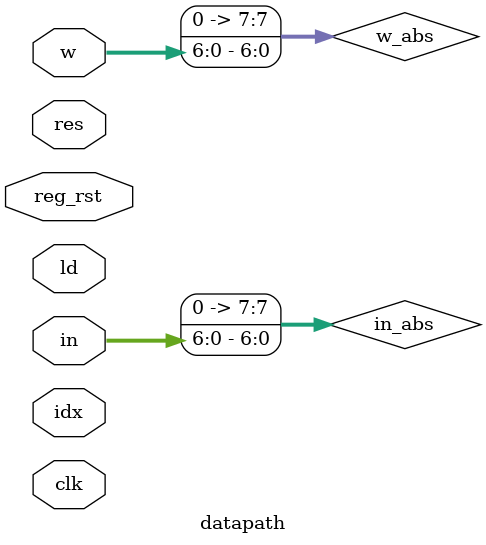
<source format=v>
`timescale 1ns / 1ps

module datapath #(parameter N = 16)(clk, reg_rst, ld, idx, res, in, w);
	input clk, reg_rst, ld;
	input [15:0] idx, res;
	input [7:0] in, w;
	
    wire [7:0] in_abs = {1'b0, in[6:0]},
               w_abs = {1'b0, w[6:0]};
    
    wire out_mult_sgn = in[7] ^ w[7];
	
    wire [15:0] out_mult;
	multiplier mul(in_abs, w_abs, out_mult);
	
	wire [15:0] out_addr;
	wire [15:0] out_acc;
	
	adder #(16) add({out_mult_sgn, out_mult[14:0]}, out_acc, out_addr);
	 
	register acc(clk, reg_rst, ld, out_addr, out_acc);

	activation_function act(out_acc, res);

endmodule

</source>
